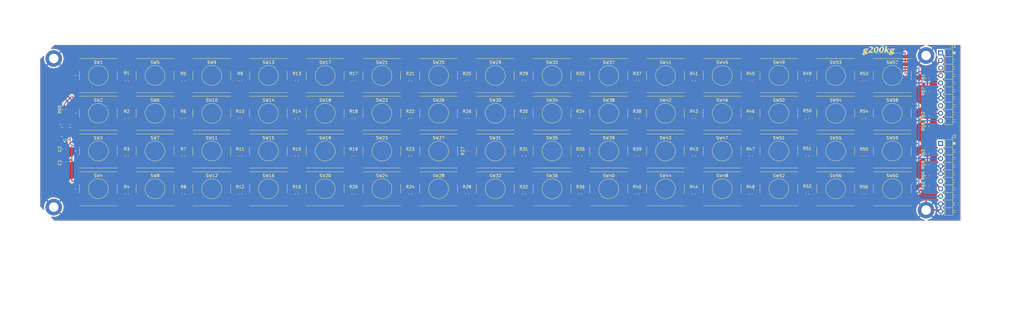
<source format=kicad_pcb>
(kicad_pcb (version 20240108) (generator "pcbnew") (generator_version "8.0")
  (layers (0 "F.Cu" signal) (31 "B.Cu" signal) (34 "B.Paste" user) (35 "F.Paste" user) (36 "B.SilkS" user "B.Silkscreen") (37 "F.SilkS" user "F.Silkscreen") (38 "B.Mask" user) (39 "F.Mask" user) (44 "Edge.Cuts" user))
  (net 0 "")
  (net 1 "+3.3V")
  (net 2 "Net-(U1-BYP)")
  (net 5 "GND")
  (net 6 "/SCL")
  (net 7 "/SDA")
  (net 8 "/KEY1")
  (net 9 "/KEY2")
  (net 11 "/KEY3")
  (net 13 "/KEY4")
  (net 14 "Net-(R1-Pad1)")
  (net 15 "Net-(R1-Pad2)")
  (net 16 "Net-(R2-Pad2)")
  (net 17 "Net-(R2-Pad1)")
  (net 18 "Net-(R3-Pad1)")
  (net 19 "Net-(R3-Pad2)")
  (net 20 "Net-(R4-Pad2)")
  (net 21 "Net-(R4-Pad1)")
  (net 22 "Net-(R5-Pad1)")
  (net 23 "Net-(R10-Pad2)")
  (net 24 "Net-(R11-Pad2)")
  (net 25 "Net-(R12-Pad2)")
  (net 26 "Net-(R13-Pad2)")
  (net 27 "Net-(R10-Pad1)")
  (net 28 "Net-(R11-Pad1)")
  (net 29 "Net-(R12-Pad1)")
  (net 30 "Net-(R13-Pad1)")
  (net 31 "Net-(R14-Pad1)")
  (net 32 "Net-(R15-Pad1)")
  (net 33 "Net-(R16-Pad1)")
  (net 34 "Net-(R17-Pad1)")
  (net 35 "Net-(R18-Pad1)")
  (net 36 "Net-(R19-Pad1)")
  (net 37 "Net-(R20-Pad1)")
  (net 38 "Net-(R21-Pad1)")
  (net 39 "Net-(R22-Pad1)")
  (net 40 "Net-(R23-Pad1)")
  (net 41 "Net-(R24-Pad1)")
  (net 42 "Net-(R25-Pad1)")
  (net 43 "Net-(R26-Pad1)")
  (net 44 "Net-(R27-Pad1)")
  (net 45 "Net-(R28-Pad1)")
  (net 46 "Net-(R29-Pad1)")
  (net 47 "Net-(R30-Pad1)")
  (net 48 "Net-(R31-Pad1)")
  (net 49 "Net-(R32-Pad1)")
  (net 50 "Net-(R33-Pad1)")
  (net 51 "Net-(R34-Pad1)")
  (net 52 "Net-(R35-Pad1)")
  (net 53 "Net-(R36-Pad1)")
  (net 54 "Net-(R37-Pad1)")
  (net 55 "Net-(R38-Pad1)")
  (net 56 "Net-(R39-Pad1)")
  (net 57 "Net-(R40-Pad1)")
  (net 58 "Net-(R41-Pad1)")
  (net 59 "Net-(R42-Pad1)")
  (net 60 "Net-(R43-Pad1)")
  (net 61 "Net-(R44-Pad1)")
  (net 62 "Net-(R45-Pad1)")
  (net 63 "Net-(R46-Pad1)")
  (net 64 "Net-(R47-Pad1)")
  (net 65 "Net-(R48-Pad1)")
  (net 66 "Net-(R49-Pad1)")
  (net 67 "Net-(R50-Pad1)")
  (net 68 "Net-(R51-Pad1)")
  (net 69 "Net-(R52-Pad1)")
  (net 70 "Net-(R53-Pad1)")
  (net 71 "Net-(R54-Pad1)")
  (net 72 "Net-(R55-Pad1)")
  (net 73 "Net-(R56-Pad1)")
  (net 74 "Net-(U1-SA0)")
  (footprint "MyLib:Sw_Push_12x12_SMD" (layer "F.Cu") (at 207.955 143.05)
    (property "Reference" "SW30")
    (property "Value" "SW_Push" (hide yes))
  )
  (footprint "MyLib:Sw_Push_12x12_SMD" (layer "F.Cu") (at 188.905 155.75)
    (property "Reference" "SW27")
    (property "Value" "SW_Push" (hide yes))
  )
  (footprint "MyLib:Sw_Push_12x12_SMD" (layer "F.Cu") (at 265.105 143.05)
    (property "Reference" "SW42")
    (property "Value" "SW_Push" (hide yes))
  )
  (footprint "MyLib:Sw_Push_12x12_SMD" (layer "F.Cu") (at 74.605 168.45)
    (property "Reference" "SW4")
    (property "Value" "SW_Push" (hide yes))
  )
  (footprint "MyLib:Sw_Push_12x12_SMD" (layer "F.Cu") (at 188.905 168.45)
    (property "Reference" "SW28")
    (property "Value" "SW_Push" (hide yes))
  )
  (footprint "Resistor_SMD:R_0603_1608Metric" (layer "F.Cu") (at 122.23 157.465 90)
    (property "Reference" "R11")
    (property "Value" "1K")
  )
  (footprint "Resistor_SMD:R_0603_1608Metric" (layer "F.Cu") (at 312.73 132.065 90)
    (property "Reference" "R49")
    (property "Value" "1K")
  )
  (footprint "Resistor_SMD:R_0603_1608Metric" (layer "F.Cu") (at 160.33 170.165 90)
    (property "Reference" "R20")
    (property "Value" "1K")
  )
  (footprint "Resistor_SMD:R_0603_1608Metric" (layer "F.Cu") (at 353.085 147.535 90)
    (property "Reference" "R58")
    (property "Value" "10K")
  )
  (footprint "Resistor_SMD:R_0603_1608Metric" (layer "F.Cu") (at 160.33 157.465 90)
    (property "Reference" "R19")
    (property "Value" "1K")
  )
  (footprint "MyLib:Sw_Push_12x12_SMD" (layer "F.Cu") (at 169.855 143.05)
    (property "Reference" "SW22")
    (property "Value" "SW_Push" (hide yes))
  )
  (footprint "MyLib:Sw_Push_12x12_SMD" (layer "F.Cu") (at 74.605 155.75)
    (property "Reference" "SW3")
    (property "Value" "SW_Push" (hide yes))
  )
  (footprint "MyLib:Sw_Push_12x12_SMD" (layer "F.Cu") (at 246.055 143.05)
    (property "Reference" "SW38")
    (property "Value" "SW_Push" (hide yes))
  )
  (footprint "Resistor_SMD:R_0603_1608Metric" (layer "F.Cu") (at 331.78 170.165 90)
    (property "Reference" "R56")
    (property "Value" "1K")
  )
  (footprint "Resistor_SMD:R_0603_1608Metric" (layer "F.Cu") (at 122.23 132.065 90)
    (property "Reference" "R9")
    (property "Value" "1K")
  )
  (footprint "MyLib:Sw_Push_12x12_SMD" (layer "F.Cu") (at 131.755 130.35)
    (property "Reference" "SW13")
    (property "Value" "SW_Push" (hide yes))
  )
  (footprint "Connector_PinHeader_2.54mm:PinHeader_1x10_P2.54mm_Horizontal" (layer "F.Cu") (at 357.525 122.73)
    (property "Reference" "J1")
    (property "Value" "Conn_01x10")
  )
  (footprint "MyLib:Sw_Push_12x12_SMD" (layer "F.Cu") (at 322.255 155.75)
    (property "Reference" "SW55")
    (property "Value" "SW_Push" (hide yes))
  )
  (footprint "MyLib:Sw_Push_12x12_SMD" (layer "F.Cu") (at 112.705 155.75)
    (property "Reference" "SW11")
    (property "Value" "SW_Push" (hide yes))
  )
  (footprint "MyLib:Sw_Push_12x12_SMD" (layer "F.Cu") (at 227.005 130.35)
    (property "Reference" "SW33")
    (property "Value" "SW_Push" (hide yes))
  )
  (footprint "Resistor_SMD:R_0603_1608Metric" (layer "F.Cu") (at 255.58 170.165 90)
    (property "Reference" "R40")
    (property "Value" "1K")
  )
  (footprint "Resistor_SMD:R_0603_1608Metric" (layer "F.Cu") (at 353.085 167.41 90)
    (property "Reference" "R60")
    (property "Value" "10K")
  )
  (footprint "MyLib:Sw_Push_12x12_SMD" (layer "F.Cu") (at 188.905 143.05)
    (property "Reference" "SW26")
    (property "Value" "SW_Push" (hide yes))
  )
  (footprint "Resistor_SMD:R_0603_1608Metric" (layer "F.Cu") (at 312.73 157.465 90)
    (property "Reference" "R51")
    (property "Value" "1K")
  )
  (footprint "Resistor_SMD:R_0603_1608Metric" (layer "F.Cu") (at 84.13 132.065 90)
    (property "Reference" "R1")
    (property "Value" "1K")
  )
  (footprint "MyLib:Sw_Push_12x12_SMD" (layer "F.Cu") (at 246.055 168.45)
    (property "Reference" "SW40")
    (property "Value" "SW_Push" (hide yes))
  )
  (footprint "Resistor_SMD:R_0603_1608Metric" (layer "F.Cu") (at 353.085 164.045 -90)
    (property "Reference" "R64")
    (property "Value" "220R")
  )
  (footprint "MyLib:Sw_Push_12x12_SMD" (layer "F.Cu") (at 227.005 168.45)
    (property "Reference" "SW36")
    (property "Value" "SW_Push" (hide yes))
  )
  (footprint "MyLib:Sw_Push_12x12_SMD" (layer "F.Cu") (at 169.855 130.35)
    (property "Reference" "SW21")
    (property "Value" "SW_Push" (hide yes))
  )
  (footprint "MyLib:Sw_Push_12x12_SMD" (layer "F.Cu") (at 227.005 155.75)
    (property "Reference" "SW35")
    (property "Value" "SW_Push" (hide yes))
  )
  (footprint "Resistor_SMD:R_0603_1608Metric" (layer "F.Cu") (at 353.085 160.425 90)
    (property "Reference" "R59")
    (property "Value" "10K")
  )
  (footprint "Resistor_SMD:R_0603_1608Metric" (layer "F.Cu") (at 103.18 157.465 90)
    (property "Reference" "R7")
    (property "Value" "1K")
  )
  (footprint "Resistor_SMD:R_0603_1608Metric" (layer "F.Cu") (at 217.48 132.065 90)
    (property "Reference" "R29")
    (property "Value" "1K")
  )
  (footprint "Resistor_SMD:R_0603_1608Metric" (layer "F.Cu") (at 179.38 157.465 90)
    (property "Reference" "R23")
    (property "Value" "1K")
  )
  (footprint "Capacitor_SMD:C_0603_1608Metric" (layer "F.Cu") (at 63.175 155.115 -90)
    (property "Reference" "C2")
    (property "Value" "0.1uF")
  )
  (footprint "MyLib:Sw_Push_12x12_SMD" (layer "F.Cu") (at 284.155 168.45)
    (property "Reference" "SW48")
    (property "Value" "SW_Push" (hide yes))
  )
  (footprint "MyLib:Sw_Push_12x12_SMD" (layer "F.Cu") (at 93.655 143.05)
    (property "Reference" "SW6")
    (property "Value" "SW_Push" (hide yes))
  )
  (footprint "Resistor_SMD:R_0603_1608Metric" (layer "F.Cu") (at 274.63 144.765 90)
    (property "Reference" "R42")
    (property "Value" "1K")
  )
  (footprint "MyLib:Sw_Push_12x12_SMD" (layer "F.Cu") (at 150.805 168.45)
    (property "Reference" "SW20")
    (property "Value" "SW_Push" (hide yes))
  )
  (footprint "Resistor_SMD:R_0603_1608Metric" (layer "F.Cu") (at 274.63 132.065 90)
    (property "Reference" "R41")
    (property "Value" "1K")
  )
  (footprint "Resistor_SMD:R_0603_1608Metric" (layer "F.Cu") (at 236.53 132.065 90)
    (property "Reference" "R33")
    (property "Value" "1K")
  )
  (footprint "MyLib:Sw_Push_12x12_SMD" (layer "F.Cu") (at 303.205 130.35)
    (property "Reference" "SW49")
    (property "Value" "SW_Push" (hide yes))
  )
  (footprint "Resistor_SMD:R_0603_1608Metric" (layer "F.Cu") (at 274.63 170.165 90)
    (property "Reference" "R44")
    (property "Value" "1K")
  )
  (footprint "MountingHole:MountingHole_3.2mm_M3_DIN965_Pad" (layer "F.Cu") (at 352.635 123.63)
    (property "Reference" "H3")
    (property "Value" "Hole")
  )
  (footprint "MyLib:Sw_Push_12x12_SMD" (layer "F.Cu") (at 207.955 155.75)
    (property "Reference" "SW31")
    (property "Value" "SW_Push" (hide yes))
  )
  (footprint "Resistor_SMD:R_0603_1608Metric" (layer "F.Cu") (at 293.68 144.765 90)
    (property "Reference" "R46")
    (property "Value" "1K")
  )
  (footprint "Resistor_SMD:R_0603_1608Metric" (layer "F.Cu") (at 179.38 170.165 90)
    (property "Reference" "R24")
    (property "Value" "1K")
  )
  (footprint "Resistor_SMD:R_0603_1608Metric" (layer "F.Cu") (at 331.78 157.465 90)
    (property "Reference" "R55")
    (property "Value" "1K")
  )
  (footprint "Resistor_SMD:R_0603_1608Metric" (layer "F.Cu") (at 255.58 132.065 90)
    (property "Reference" "R37")
    (property "Value" "1K")
  )
  (footprint "MyLib:QFN16_3x3mm_MMA8452Q" (layer "F.Cu") (at 63.815 149.4 180)
    (property "Reference" "U1")
    (property "Value" "MMA8452Q")
  )
  (footprint "Resistor_SMD:R_0603_1608Metric" (layer "F.Cu") (at 293.68 170.165 90)
    (property "Reference" "R48")
    (property "Value" "1K")
  )
  (footprint "MyLib:Sw_Push_12x12_SMD" (layer "F.Cu") (at 131.755 143.05)
    (property "Reference" "SW14")
    (property "Value" "SW_Push" (hide yes))
  )
  (footprint "MyLib:Sw_Push_12x12_SMD" (layer "F.Cu") (at 188.905 130.35)
    (property "Reference" "SW25")
    (property "Value" "SW_Push" (hide yes))
  )
  (footprint "Resistor_SMD:R_0603_1608Metric" (layer "F.Cu") (at 84.13 157.465 90)
    (property "Reference" "R3")
    (property "Value" "1K")
  )
  (footprint "MyLib:Sw_Push_12x12_SMD" (layer "F.Cu") (at 207.955 130.35)
    (property "Reference" "SW29")
    (property "Value" "SW_Push" (hide yes))
  )
  (footprint "MyLib:Sw_Push_12x12_SMD" (layer "F.Cu") (at 131.755 168.45)
    (property "Reference" "SW16")
    (property "Value" "SW_Push" (hide yes))
  )
  (footprint "Resistor_SMD:R_0603_1608Metric" (layer "F.Cu") (at 103.18 132.065 90)
    (property "Reference" "R5")
    (property "Value" "1K")
  )
  (footprint "Resistor_SMD:R_0603_1608Metric" (layer "F.Cu") (at 255.58 144.765 90)
    (property "Reference" "R38")
    (property "Value" "1K")
  )
  (footprint "MyLib:Sw_Push_12x12_SMD" (layer "F.Cu") (at 246.055 155.75)
    (property "Reference" "SW39")
    (property "Value" "SW_Push" (hide yes))
  )
  (footprint "Resistor_SMD:R_0603_1608Metric" (layer "F.Cu") (at 312.73 170.165 90)
    (property "Reference" "R52")
    (property "Value" "1K")
  )
  (footprint "MountingHole:MountingHole_3.2mm_M3_DIN965_Pad" (layer "F.Cu") (at 59.635 174.63)
    (property "Reference" "H2")
    (property "Value" "Hole")
  )
  (footprint "MyLib:Sw_Push_12x12_SMD" (layer "F.Cu") (at 341.305 143.05)
    (property "Reference" "SW58")
    (property "Value" "SW_Push" (hide yes))
  )
  (footprint "Resistor_SMD:R_0603_1608Metric" (layer "F.Cu") (at 141.28 132.065 90)
    (property "Reference" "R13")
    (property "Value" "1K")
  )
  (footprint "MyLib:Sw_Push_12x12_SMD" (layer "F.Cu") (at 265.105 168.45)
    (property "Reference" "SW44")
    (property "Value" "SW_Push" (hide yes))
  )
  (footprint "Resistor_SMD:R_0603_1608Metric" (layer "F.Cu") (at 103.18 144.765 90)
    (property "Reference" "R6")
    (property "Value" "1K")
  )
  (footprint "MyLib:Sw_Push_12x12_SMD" (layer "F.Cu") (at 150.805 130.35)
    (property "Reference" "SW17")
    (property "Value" "SW_Push" (hide yes))
  )
  (footprint "Resistor_SMD:R_0603_1608Metric" (layer "F.Cu") (at 217.48 170.165 90)
    (property "Reference" "R32")
    (property "Value" "1K")
  )
  (footprint "MyLib:Sw_Push_12x12_SMD" (layer "F.Cu") (at 169.855 155.75)
    (property "Reference" "SW23")
    (property "Value" "SW_Push" (hide yes))
  )
  (footprint "Resistor_SMD:R_0603_1608Metric" (layer "F.Cu") (at 160.33 132.065 90)
    (property "Reference" "R17")
    (property "Value" "1K")
  )
  (footprint "MyLib:Sw_Push_12x12_SMD" (layer "F.Cu") (at 112.705 168.45)
    (property "Reference" "SW12")
    (property "Value" "SW_Push" (hide yes))
  )
  (footprint "Resistor_SMD:R_0603_1608Metric" (layer "F.Cu") (at 141.28 144.765 90)
    (property "Reference" "R14")
    (property "Value" "1K")
  )
  (footprint "Resistor_SMD:R_0603_1608Metric" (layer "F.Cu") (at 217.48 144.765 90)
    (property "Reference" "R30")
    (property "Value" "1K")
  )
  (footprint "MountingHole:MountingHole_3.2mm_M3_DIN965_Pad" (layer "F.Cu") (at 59.635 124.63)
    (property "Reference" "H1")
    (property "Value" "Hole")
  )
  (footprint "Resistor_SMD:R_0603_1608Metric" (layer "F.Cu") (at 236.53 144.765 90)
    (property "Reference" "R34")
    (property "Value" "1K")
  )
  (footprint "Resistor_SMD:R_0603_1608Metric" (layer "F.Cu") (at 293.68 132.065 90)
    (property "Reference" "R45")
    (property "Value" "1K")
  )
  (footprint "Resistor_SMD:R_0603_1608Metric" (layer "F.Cu") (at 84.13 144.765 90)
    (property "Reference" "R2")
    (property "Value" "1K")
  )
  (footprint "Resistor_SMD:R_0603_1608Metric" (layer "F.Cu") (at 353.085 135.66 90)
    (property "Reference" "R57")
    (property "Value" "10K")
  )
  (footprint "Resistor_SMD:R_0603_1608Metric" (layer "F.Cu") (at 331.78 132.065 90)
    (property "Reference" "R53")
    (property "Value" "1K")
  )
  (footprint "MyLib:Sw_Push_12x12_SMD" (layer "F.Cu") (at 341.305 155.75)
    (property "Reference" "SW59")
    (property "Value" "SW_Push" (hide yes))
  )
  (footprint "MyLib:Sw_Push_12x12_SMD" (layer "F.Cu") (at 207.955 168.45)
    (property "Reference" "SW32")
    (property "Value" "SW_Push" (hide yes))
  )
  (footprint "MyLib:Sw_Push_12x12_SMD" (layer "F.Cu") (at 112.705 143.05)
    (property "Reference" "SW10")
    (property "Value" "SW_Push" (hide yes))
  )
  (footprint "Resistor_SMD:R_0603_1608Metric" (layer "F.Cu") (at 122.23 170.165 90)
    (property "Reference" "R12")
    (property "Value" "1K")
  )
  (footprint "MyLib:Sw_Push_12x12_SMD" (layer "F.Cu") (at 322.255 143.05)
    (property "Reference" "SW54")
    (property "Value" "SW_Push" (hide yes))
  )
  (footprint "Capacitor_SMD:C_0603_1608Metric" (layer "F.Cu") (at 63.175 159.56 -90)
    (property "Reference" "C1")
    (property "Value" "0.1uF")
  )
  (footprint "MyLib:Sw_Push_12x12_SMD" (layer "F.Cu") (at 246.055 130.35)
    (property "Reference" "SW37")
    (property "Value" "SW_Push" (hide yes))
  )
  (footprint "MyLib:Sw_Push_12x12_SMD" (layer "F.Cu") (at 150.805 143.05)
    (property "Reference" "SW18")
    (property "Value" "SW_Push" (hide yes))
  )
  (footprint "Resistor_SMD:R_0603_1608Metric" (layer "F.Cu") (at 122.23 144.765 90)
    (property "Reference" "R10")
    (property "Value" "1K")
  )
  (footprint "MyLib:Sw_Push_12x12_SMD" (layer "F.Cu") (at 93.655 155.75)
    (property "Reference" "SW7")
    (property "Value" "SW_Push" (hide yes))
  )
  (footprint "MyLib:Sw_Push_12x12_SMD" (layer "F.Cu") (at 265.105 155.75)
    (property "Reference" "SW43")
    (property "Value" "SW_Push" (hide yes))
  )
  (footprint "MyLib:Sw_Push_12x12_SMD" (layer "F.Cu") (at 131.755 155.75)
    (property "Reference" "SW15")
    (property "Value" "SW_Push" (hide yes))
  )
  (footprint "MyLib:Sw_Push_12x12_SMD" (layer "F.Cu") (at 303.205 143.05)
    (property "Reference" "SW50")
    (property "Value" "SW_Push" (hide yes))
  )
  (footprint "Resistor_SMD:R_0603_1608Metric" (layer "F.Cu") (at 217.48 157.465 90)
    (property "Reference" "R31")
    (property "Value" "1K")
  )
  (footprint "MyLib:Sw_Push_12x12_SMD" (layer "F.Cu") (at 93.655 168.45)
    (property "Reference" "SW8")
    (property "Value" "SW_Push" (hide yes))
  )
  (footprint "Resistor_SMD:R_0603_1608Metric" (layer "F.Cu") (at 179.38 132.065 90)
    (property "Reference" "R21")
    (property "Value" "1K")
  )
  (footprint "MyLib:Sw_Push_12x12_SMD" (layer "F.Cu") (at 150.805 155.75)
    (property "Reference" "SW19")
    (property "Value" "SW_Push" (hide yes))
  )
  (footprint "Resistor_SMD:R_0603_1608Metric" (layer "F.Cu") (at 103.18 170.165 90)
    (property "Reference" "R8")
    (property "Value" "1K")
  )
  (footprint "Resistor_SMD:R_0603_1608Metric" (layer "F.Cu") (at 179.38 144.765 90)
    (property "Reference" "R22")
    (property "Value" "1K")
  )
  (footprint "Resistor_SMD:R_0603_1608Metric" (layer "F.Cu") (at 293.68 157.465 90)
    (property "Reference" "R47")
    (property "Value" "1K")
  )
  (footprint "Resistor_SMD:R_0603_1608Metric" (layer "F.Cu") (at 141.28 157.465 90)
    (property "Reference" "R15")
    (property "Value" "1K")
  )
  (footprint "Resistor_SMD:R_0603_1608Metric" (layer "F.Cu") (at 198.43 155.75 90)
    (property "Reference" "R27")
    (property "Value" "1K")
  )
  (footprint "Resistor_SMD:R_0603_1608Metric" (layer "F.Cu") (at 312.73 144.765 90)
    (property "Reference" "R50")
    (property "Value" "1K")
  )
  (footprint "Resistor_SMD:R_0603_1608Metric" (layer "F.Cu") (at 63.175 141.78 -90)
    (property "Reference" "R65")
    (property "Value" "10K")
  )
  (footprint "MyLib:Sw_Push_12x12_SMD" (layer "F.Cu") (at 112.705 130.35)
    (property "Reference" "SW9")
    (property "Value" "SW_Push" (hide yes))
  )
  (footprint "MyLib:Sw_Push_12x12_SMD" (layer "F.Cu") (at 169.855 168.45)
    (property "Reference" "SW24")
    (property "Value" "SW_Push" (hide yes))
  )
  (footprint "MyLib:Sw_Push_12x12_SMD" (layer "F.Cu") (at 284.155 155.75)
    (property "Reference" "SW47")
    (property "Value" "SW_Push" (hide yes))
  )
  (footprint "MyLib:Sw_Push_12x12_SMD" (layer "F.Cu") (at 265.105 130.35)
    (property "Reference" "SW41")
    (property "Value" "SW_Push" (hide yes))
  )
  (footprint "MyLib:Sw_Push_12x12_SMD" (layer "F.Cu") (at 74.605 143.05)
    (property "Reference" "SW2")
    (property "Value" "SW_Push" (hide yes))
  )
  (footprint "Resistor_SMD:R_0603_1608Metric" (layer "F.Cu") (at 353.085 156.615 -90)
    (property "Reference" "R63")
    (property "Value" "220R")
  )
  (footprint "Resistor_SMD:R_0603_1608Metric" (layer "F.Cu") (at 160.33 144.765 90)
    (property "Reference" "R18")
    (property "Value" "1K")
  )
  (footprint "Resistor_SMD:R_0603_1608Metric" (layer "F.Cu") (at 353.085 131.215 -90)
    (property "Reference" "R61")
    (property "Value" "220R")
  )
  (footprint "MyLib:Sw_Push_12x12_SMD" (layer "F.Cu") (at 93.655 130.35)
    (property "Reference" "SW5")
    (property "Value" "SW_Push" (hide yes))
  )
  (footprint "Resistor_SMD:R_0603_1608Metric" (layer "F.Cu") (at 236.53 170.165 90)
    (property "Reference" "R36")
    (property "Value" "1K")
  )
  (footprint "MyLib:Sw_Push_12x12_SMD" (layer "F.Cu") (at 341.305 168.45)
    (property "Reference" "SW60")
    (property "Value" "SW_Push" (hide yes))
  )
  (footprint "MyLib:Sw_Push_12x12_SMD" (layer "F.Cu") (at 303.205 168.45)
    (property "Reference" "SW52")
    (property "Value" "SW_Push" (hide yes))
  )
  (footprint "Connector_PinHeader_2.54mm:PinHeader_1x10_P2.54mm_Horizontal" (layer "F.Cu") (at 357.525 153.21)
    (property "Reference" "J2")
    (property "Value" "Conn_01x10")
  )
  (footprint "Resistor_SMD:R_0603_1608Metric" (layer "F.Cu") (at 198.43 144.765 90)
    (property "Reference" "R26")
    (property "Value" "1K")
  )
  (footprint "Resistor_SMD:R_0603_1608Metric" (layer "F.Cu") (at 198.43 132.065 90)
    (property "Reference" "R25")
    (property "Value" "1K")
  )
  (footprint "MyLib:Sw_Push_12x12_SMD" (layer "F.Cu") (at 322.255 168.45)
    (property "Reference" "SW56")
    (property "Value" "SW_Push" (hide yes))
  )
  (footprint "Resistor_SMD:R_0603_1608Metric" (layer "F.Cu") (at 198.43 170.165 90)
    (property "Reference" "R28")
    (property "Value" "1K")
  )
  (footprint "MyLib:Sw_Push_12x12_SMD" (layer "F.Cu") (at 284.155 130.35)
    (property "Reference" "SW45")
    (property "Value" "SW_Push" (hide yes))
  )
  (footprint "MyLib:Sw_Push_12x12_SMD" (layer "F.Cu") (at 74.605 130.35)
    (property "Reference" "SW1")
    (property "Value" "SW_Push" (hide yes))
  )
  (footprint "Resistor_SMD:R_0603_1608Metric" (layer "F.Cu") (at 236.53 157.465 90)
    (property "Reference" "R35")
    (property "Value" "1K")
  )
  (footprint "MountingHole:MountingHole_3.2mm_M3_DIN965_Pad" (layer "F.Cu") (at 352.635 175.63)
    (property "Reference" "H4")
    (property "Value" "Hole")
  )
  (footprint "Resistor_SMD:R_0603_1608Metric" (layer "F.Cu") (at 353.085 143.915 -90)
    (property "Reference" "R62")
    (property "Value" "220R")
  )
  (footprint "Resistor_SMD:R_0603_1608Metric" (layer "F.Cu") (at 255.58 157.465 90)
    (property "Reference" "R39")
    (property "Value" "1K")
  )
  (footprint "MyLib:Sw_Push_12x12_SMD" (layer "F.Cu") (at 227.005 143.05)
    (property "Reference" "SW34")
    (property "Value" "SW_Push" (hide yes))
  )
  (footprint "MyLib:Sw_Push_12x12_SMD" (layer "F.Cu") (at 322.255 130.35)
    (property "Reference" "SW53")
    (property "Value" "SW_Push" (hide yes))
  )
  (footprint "Resistor_SMD:R_0603_1608Metric" (layer "F.Cu") (at 84.13 170.165 90)
    (property "Reference" "R4")
    (property "Value" "1K")
  )
  (footprint "MyLib:g200kgLogo" (layer "F.Cu") (at 337.635 121.63)
    (property "Reference" "LG1" (hide yes))
    (property "Value" "LOGO" (hide yes))
  )
  (footprint "MyLib:Sw_Push_12x12_SMD" (layer "F.Cu") (at 341.305 130.35)
    (property "Reference" "SW57")
    (property "Value" "SW_Push" (hide yes))
  )
  (footprint "MyLib:Sw_Push_12x12_SMD" (layer "F.Cu") (at 284.155 143.05)
    (property "Reference" "SW46")
    (property "Value" "SW_Push" (hide yes))
  )
  (footprint "MyLib:Sw_Push_12x12_SMD" (layer "F.Cu") (at 303.205 155.75)
    (property "Reference" "SW51")
    (property "Value" "SW_Push" (hide yes))
  )
  (footprint "Resistor_SMD:R_0603_1608Metric" (layer "F.Cu") (at 274.63 157.465 90)
    (property "Reference" "R43")
    (property "Value" "1K")
  )
  (footprint "Resistor_SMD:R_0603_1608Metric" (layer "F.Cu") (at 141.28 170.165 90)
    (property "Reference" "R16")
    (property "Value" "1K")
  )
  (footprint "Resistor_SMD:R_0603_1608Metric" (layer "F.Cu") (at 331.78 144.765 90)
    (property "Reference" "R54")
    (property "Value" "1K")
  )
  (gr_line (start 54.635 174.63) (end 59.635 179.63) (stroke (width 0.05)) (layer "Edge.Cuts"))
  (gr_line (start 54.635 174.63) (end 54.635 124.63) (stroke (width 0.05)) (layer "Edge.Cuts"))
  (gr_line (start 59.635 119.63) (end 364.635 119.63) (stroke (width 0.05)) (layer "Edge.Cuts"))
  (gr_line (start 364.635 179.63) (end 59.635 179.63) (stroke (width 0.05)) (layer "Edge.Cuts"))
  (gr_line (start 364.635 119.63) (end 364.635 179.63) (stroke (width 0.05)) (layer "Edge.Cuts"))
  (gr_line (start 54.635 124.63) (end 59.635 119.63) (stroke (width 0.05)) (layer "Edge.Cuts"))
  (segment (start 143.805 127.85) (end 138.755 127.85) (width 0.4) (layer "F.Cu") (net 1))
  (segment (start 350.195 140.51) (end 348.345 140.51) (width 0.4) (layer "F.Cu") (net 1))
  (segment (start 291.155 127.85) (end 277.155 127.85) (width 0.4) (layer "F.Cu") (net 1))
  (segment (start 214.955 165.95) (end 200.955 165.95) (width 0.4) (layer "F.Cu") (net 1))
  (segment (start 258.105 165.95) (end 253.055 165.95) (width 0.4) (layer "F.Cu") (net 1))
  (segment (start 100.655 165.95) (end 86.655 165.95) (width 0.4) (layer "F.Cu") (net 1))
  (segment (start 181.905 165.95) (end 176.855 165.95) (width 0.4) (layer "F.Cu") (net 1))
  (segment (start 124.755 140.55) (end 119.705 140.55) (width 0.4) (layer "F.Cu") (net 1))
  (segment (start 277.155 140.55) (end 272.105 140.55) (width 0.4) (layer "F.Cu") (net 1))
  (segment (start 350.195 165.91) (end 348.345 165.91) (width 0.4) (layer "F.Cu") (net 1))
  (segment (start 124.755 153.25) (end 119.705 153.25) (width 0.4) (layer "F.Cu") (net 1))
  (segment (start 310.205 153.25) (end 296.205 153.25) (width 0.4) (layer "F.Cu") (net 1))
  (segment (start 350.195 153.21) (end 348.345 153.21) (width 0.4) (layer "F.Cu") (net 1))
  (segment (start 234.005 127.85) (end 220.005 127.85) (width 0.4) (layer "F.Cu") (net 1))
  (segment (start 234.005 140.55) (end 220.005 140.55) (width 0.4) (layer "F.Cu") (net 1))
  (segment (start 105.705 165.95) (end 100.655 165.95) (width 0.4) (layer "F.Cu") (net 1))
  (segment (start 214.955 140.55) (end 200.955 140.55) (width 0.4) (layer "F.Cu") (net 1))
  (segment (start 157.805 140.55) (end 143.805 140.55) (width 0.4) (layer "F.Cu") (net 1))
  (segment (start 176.855 165.95) (end 162.855 165.95) (width 0.4) (layer "F.Cu") (net 1))
  (segment (start 291.155 165.95) (end 277.155 165.95) (width 0.4) (layer "F.Cu") (net 1))
  (segment (start 277.155 165.95) (end 272.105 165.95) (width 0.4) (layer "F.Cu") (net 1))
  (segment (start 258.105 140.55) (end 253.055 140.55) (width 0.4) (layer "F.Cu") (net 1))
  (segment (start 220.005 140.55) (end 214.955 140.55) (width 0.4) (layer "F.Cu") (net 1))
  (segment (start 162.855 127.85) (end 157.805 127.85) (width 0.4) (layer "F.Cu") (net 1))
  (segment (start 138.755 153.25) (end 124.755 153.25) (width 0.4) (layer "F.Cu") (net 1))
  (segment (start 277.155 127.85) (end 272.105 127.85) (width 0.4) (layer "F.Cu") (net 1))
  (segment (start 253.055 140.55) (end 239.055 140.55) (width 0.4) (layer "F.Cu") (net 1))
  (segment (start 296.205 153.25) (end 291.155 153.25) (width 0.4) (layer "F.Cu") (net 1))
  (segment (start 296.205 127.85) (end 291.155 127.85) (width 0.4) (layer "F.Cu") (net 1))
  (segment (start 220.005 153.25) (end 214.955 153.25) (width 0.4) (layer "F.Cu") (net 1))
  (segment (start 195.905 140.55) (end 181.905 140.55) (width 0.4) (layer "F.Cu") (net 1))
  (segment (start 65.09 151.93) (end 65.09 150.4) (width 0.29) (layer "F.Cu") (net 1))
  (segment (start 143.805 140.55) (end 138.755 140.55) (width 0.4) (layer "F.Cu") (net 1))
  (segment (start 253.055 153.25) (end 239.055 153.25) (width 0.4) (layer "F.Cu") (net 1))
  (segment (start 181.905 153.25) (end 176.855 153.25) (width 0.4) (layer "F.Cu") (net 1))
  (segment (start 105.705 127.85) (end 100.655 127.85) (width 0.4) (layer "F.Cu") (net 1))
  (segment (start 258.105 127.85) (end 253.055 127.85) (width 0.4) (layer "F.Cu") (net 1))
  (segment (start 200.955 127.85) (end 195.905 127.85) (width 0.4) (layer "F.Cu") (net 1))
  (segment (start 348.305 153.25) (end 334.305 153.25) (width 0.4) (layer "F.Cu") (net 1))
  (segment (start 272.105 127.85) (end 258.105 127.85) (width 0.4) (layer "F.Cu") (net 1))
  (segment (start 200.955 140.55) (end 195.905 140.55) (width 0.4) (layer "F.Cu") (net 1))
  (segment (start 348.305 165.95) (end 334.305 165.95) (width 0.4) (layer "F.Cu") (net 1))
  (segment (start 143.805 153.25) (end 138.755 153.25) (width 0.4) (layer "F.Cu") (net 1))
  (segment (start 124.755 127.85) (end 119.705 127.85) (width 0.4) (layer "F.Cu") (net 1))
  (segment (start 200.955 165.95) (end 195.905 165.95) (width 0.4) (layer "F.Cu") (net 1))
  (segment (start 315.255 140.55) (end 310.205 140.55) (width 0.4) (layer "F.Cu") (net 1))
  (segment (start 63.455 151.94) (end 65.08 151.94) (width 0.29) (layer "F.Cu") (net 1))
  (segment (start 291.155 140.55) (end 277.155 140.55) (width 0.4) (layer "F.Cu") (net 1))
  (segment (start 119.705 127.85) (end 105.705 127.85) (width 0.4) (layer "F.Cu") (net 1))
  (segment (start 65.755 165.95) (end 65.715 165.91) (width 0.4) (layer "F.Cu") (net 1))
  (segment (start 315.255 127.85) (end 310.205 127.85) (width 0.4) (layer "F.Cu") (net 1))
  (segment (start 162.855 153.25) (end 157.805 153.25) (width 0.4) (layer "F.Cu") (net 1))
  (segment (start 86.655 153.25) (end 81.605 153.25) (width 0.4) (layer "F.Cu") (net 1))
  (segment (start 234.005 165.95) (end 220.005 165.95) (width 0.4) (layer "F.Cu") (net 1))
  (segment (start 334.305 127.85) (end 329.255 127.85) (width 0.4) (layer "F.Cu") (net 1))
  (segment (start 214.955 153.25) (end 200.955 153.25) (width 0.4) (layer "F.Cu") (net 1))
  (segment (start 86.655 140.55) (end 81.605 140.55) (width 0.4) (layer "F.Cu") (net 1))
  (segment (start 234.005 153.25) (end 220.005 153.25) (width 0.4) (layer "F.Cu") (net 1))
  (segment (start 67.605 140.55) (end 67.605 139.225) (width 0.4) (layer "F.Cu") (net 1))
  (segment (start 65.715 153.845) (end 67.01 153.845) (width 0.29) (layer "F.Cu") (net 1))
  (segment (start 214.955 127.85) (end 200.955 127.85) (width 0.4) (layer "F.Cu") (net 1))
  (segment (start 348.305 127.85) (end 350.155 127.85) (width 0.4) (layer "F.Cu") (net 1))
  (segment (start 81.605 127.85) (end 67.605 127.85) (width 0.4) (layer "F.Cu") (net 1))
  (segment (start 310.205 165.95) (end 296.205 165.95) (width 0.4) (layer "F.Cu") (net 1))
  (segment (start 296.205 165.95) (end 291.155 165.95) (width 0.4) (layer "F.Cu") (net 1))
  (segment (start 157.805 127.85) (end 143.805 127.85) (width 0.4) (layer "F.Cu") (net 1))
  (segment (start 239.055 140.55) (end 234.005 140.55) (width 0.4) (layer "F.Cu") (net 1))
  (segment (start 157.805 165.95) (end 143.805 165.95) (width 0.4) (layer "F.Cu") (net 1))
  (segment (start 334.305 153.25) (end 329.255 153.25) (width 0.4) (layer "F.Cu") (net 1))
  (segment (start 124.755 165.95) (end 119.705 165.95) (width 0.4) (layer "F.Cu") (net 1))
  (segment (start 100.655 140.55) (end 86.655 140.55) (width 0.4) (layer "F.Cu") (net 1))
  (segment (start 258.105 153.25) (end 253.055 153.25) (width 0.4) (layer "F.Cu") (net 1))
  (segment (start 220.005 127.85) (end 214.955 127.85) (width 0.4) (layer "F.Cu") (net 1))
  (segment (start 220.005 165.95) (end 214.955 165.95) (width 0.4) (layer "F.Cu") (net 1))
  (segment (start 239.055 165.95) (end 234.005 165.95) (width 0.4) (layer "F.Cu") (net 1))
  (segment (start 253.055 127.85) (end 239.055 127.85) (width 0.4) (layer "F.Cu") (net 1))
  (segment (start 310.205 127.85) (end 296.205 127.85) (width 0.4) (layer "F.Cu") (net 1))
  (segment (start 119.705 165.95) (end 105.705 165.95) (width 0.4) (layer "F.Cu") (net 1))
  (segment (start 350.155 127.85) (end 350.195 127.81) (width 0.4) (layer "F.Cu") (net 1))
  (segment (start 310.205 140.55) (end 296.205 140.55) (width 0.4) (layer "F.Cu") (net 1))
  (segment (start 81.605 153.25) (end 67.605 153.25) (width 0.4) (layer "F.Cu") (net 1))
  (segment (start 348.305 140.55) (end 334.305 140.55) (width 0.4) (layer "F.Cu") (net 1))
  (segment (start 348.345 140.51) (end 348.305 140.55) (width 0.4) (layer "F.Cu") (net 1))
  (segment (start 65.08 151.94) (end 65.09 151.93) (width 0.29) (layer "F.Cu") (net 1))
  (segment (start 67.605 165.95) (end 65.755 165.95) (width 0.4) (layer "F.Cu") (net 1))
  (segment (start 272.105 140.55) (end 258.105 140.55) (width 0.4) (layer "F.Cu") (net 1))
  (segment (start 277.155 153.25) (end 272.105 153.25) (width 0.4) (layer "F.Cu") (net 1))
  (segment (start 105.705 153.25) (end 100.655 153.25) (width 0.4) (layer "F.Cu") (net 1))
  (segment (start 119.705 140.55) (end 105.705 140.55) (width 0.4) (layer "F.Cu") (net 1))
  (segment (start 272.105 165.95) (end 258.105 165.95) (width 0.4) (layer "F.Cu") (net 1))
  (segment (start 162.855 165.95) (end 157.805 165.95) (width 0.4) (layer "F.Cu") (net 1))
  (segment (start 81.605 165.95) (end 67.605 165.95) (width 0.4) (layer "F.Cu") (net 1))
  (segment (start 329.255 140.55) (end 315.255 140.55) (width 0.4) (layer "F.Cu") (net 1))
  (segment (start 162.855 140.55) (end 157.805 140.55) (width 0.4) (layer "F.Cu") (net 1))
  (segment (start 63.175 158.785) (end 65.22 158.785) (width 0.4) (layer "F.Cu") (net 1))
  (segment (start 195.905 127.85) (end 181.905 127.85) (width 0.4) (layer "F.Cu") (net 1))
  (segment (start 63.315 151.8) (end 63.455 151.94) (width 0.29) (layer "F.Cu") (net 1))
  (segment (start 63.315 150.675) (end 63.315 151.8) (width 0.29) (layer "F.Cu") (net 1))
  (segment (start 334.305 140.55) (end 329.255 140.55) (width 0.4) (layer "F.Cu") (net 1))
  (segment (start 86.655 127.85) (end 81.605 127.85) (width 0.4) (layer "F.Cu") (net 1))
  (segment (start 67.605 139.225) (end 65.715 137.335) (width 0.4) (layer "F.Cu") (net 1))
  (segment (start 181.905 127.85) (end 176.855 127.85) (width 0.4) (layer "F.Cu") (net 1))
  (segment (start 176.855 140.55) (end 162.855 140.55) (width 0.4) (layer "F.Cu") (net 1))
  (segment (start 176.855 153.25) (end 162.855 153.25) (width 0.4) (layer "F.Cu") (net 1))
  (segment (start 348.345 165.91) (end 348.305 165.95) (width 0.4) (layer "F.Cu") (net 1))
  (segment (start 86.655 165.95) (end 81.605 165.95) (width 0.4) (layer "F.Cu") (net 1))
  (segment (start 143.805 165.95) (end 138.755 165.95) (width 0.4) (layer "F.Cu") (net 1))
  (segment (start 100.655 127.85) (end 86.655 127.85) (width 0.4) (layer "F.Cu") (net 1))
  (segment (start 315.255 153.25) (end 310.205 153.25) (width 0.4) (layer "F.Cu") (net 1))
  (segment (start 138.755 127.85) (end 124.755 127.85) (width 0.4) (layer "F.Cu") (net 1))
  (segment (start 105.705 140.55) (end 100.655 140.55) (width 0.4) (layer "F.Cu") (net 1))
  (segment (start 239.055 153.25) (end 234.005 153.25) (width 0.4) (layer "F.Cu") (net 1))
  (segment (start 119.705 153.25) (end 105.705 153.25) (width 0.4) (layer "F.Cu") (net 1))
  (segment (start 195.905 153.25) (end 181.905 153.25) (width 0.4) (layer "F.Cu") (net 1))
  (segment (start 291.155 153.25) (end 277.155 153.25) (width 0.4) (layer "F.Cu") (net 1))
  (segment (start 63.175 140.955) (end 63.175 139.875) (width 0.4) (layer "F.Cu") (net 1))
  (segment (start 65.22 158.785) (end 65.715 158.29) (width 0.4) (layer "F.Cu") (net 1))
  (segment (start 329.255 165.95) (end 315.255 165.95) (width 0.4) (layer "F.Cu") (net 1))
  (segment (start 67.01 153.845) (end 67.605 153.25) (width 0.29) (layer "F.Cu") (net 1))
  (segment (start 329.255 127.85) (end 315.255 127.85) (width 0.4) (layer "F.Cu") (net 1))
  (segment (start 138.755 140.55) (end 124.755 140.55) (width 0.4) (layer "F.Cu") (net 1))
  (segment (start 334.305 165.95) (end 329.255 165.95) (width 0.4) (layer "F.Cu") (net 1))
  (segment (start 100.655 153.25) (end 86.655 153.25) (width 0.4) (layer "F.Cu") (net 1))
  (segment (start 253.055 165.95) (end 239.055 165.95) (width 0.4) (layer "F.Cu") (net 1))
  (segment (start 157.805 153.25) (end 143.805 153.25) (width 0.4) (layer "F.Cu") (net 1))
  (segment (start 329.255 153.25) (end 315.255 153.25) (width 0.4) (layer "F.Cu") (net 1))
  (segment (start 239.055 127.85) (end 234.005 127.85) (width 0.4) (layer "F.Cu") (net 1))
  (segment (start 348.345 153.21) (end 348.305 153.25) (width 0.4) (layer "F.Cu") (net 1))
  (segment (start 195.905 165.95) (end 181.905 165.95) (width 0.4) (layer "F.Cu") (net 1))
  (segment (start 176.855 127.85) (end 162.855 127.85) (width 0.4) (layer "F.Cu") (net 1))
  (segment (start 138.755 165.95) (end 124.755 165.95) (width 0.4) (layer "F.Cu") (net 1))
  (segment (start 296.205 140.55) (end 291.155 140.55) (width 0.4) (layer "F.Cu") (net 1))
  (segment (start 315.255 165.95) (end 310.205 165.95) (width 0.4) (layer "F.Cu") (net 1))
  (segment (start 81.605 140.55) (end 67.605 140.55) (width 0.4) (layer "F.Cu") (net 1))
  (segment (start 200.955 153.25) (end 195.905 153.25) (width 0.4) (layer "F.Cu") (net 1))
  (segment (start 272.105 153.25) (end 258.105 153.25) (width 0.4) (layer "F.Cu") (net 1))
  (segment (start 348.305 127.85) (end 334.305 127.85) (width 0.4) (layer "F.Cu") (net 1))
  (segment (start 181.905 140.55) (end 176.855 140.55) (width 0.4) (layer "F.Cu") (net 1))
  (via (at 350.195 165.91) (size 0.6) (drill 0.3) (layers "F.Cu" "B.Cu") (net 1))
  (via (at 350.195 153.21) (size 0.6) (drill 0.3) (layers "F.Cu" "B.Cu") (net 1))
  (via (at 350.195 140.51) (size 0.6) (drill 0.3) (layers "F.Cu" "B.Cu") (net 1))
  (via (at 65.715 153.845) (size 0.6) (drill 0.3) (layers "F.Cu" "B.Cu") (net 1))
  (via (at 63.175 139.875) (size 0.6) (drill 0.3) (layers "F.Cu" "B.Cu") (net 1))
  (via (at 65.715 158.29) (size 0.6) (drill 0.3) (layers "F.Cu" "B.Cu") (net 1))
  (via (at 65.715 165.91) (size 0.6) (drill 0.3) (layers "F.Cu" "B.Cu") (net 1))
  (via (at 65.08 151.94) (size 0.6) (drill 0.3) (layers "F.Cu" "B.Cu") (net 1))
  (via (at 350.195 127.81) (size 0.6) (drill 0.3) (layers "F.Cu" "B.Cu") (net 1))
  (via (at 65.715 137.335) (size 0.6) (drill 0.3) (layers "F.Cu" "B.Cu") (net 1))
  (segment (start 350.425 145.59) (end 350.195 145.82) (width 0.4) (layer "B.Cu") (net 1))
  (segment (start 65.08 151.94) (end 65.08 153.21) (width 0.29) (layer "B.Cu") (net 1))
  (segment (start 350.195 133.12) (end 350.195 140.51) (width 0.4) (layer "B.Cu") (net 1))
  (segment (start 65.715 137.335) (end 63.175 139.875) (width 0.4) (layer "B.Cu") (net 1))
  (segment (start 350.195 140.51) (end 350.195 145.82) (width 0.4) (layer "B.Cu") (net 1))
  (segment (start 357.525 132.89) (end 350.425 132.89) (width 0.4) (layer "B.Cu") (net 1))
  (segment (start 350.195 158.52) (end 350.195 165.91) (width 0.4) (layer "B.Cu") (net 1))
  (segment (start 357.525 145.59) (end 350.425 145.59) (width 0.4) (layer "B.Cu") (net 1))
  (segment (start 357.525 170.99) (end 351.585 170.99) (width 0.4) (layer "B.Cu") (net 1))
  (segment (start 65.715 158.29) (end 65.715 153.845) (width 0.4) (layer "B.Cu") (net 1))
  (segment (start 350.195 145.82) (end 350.195 153.21) (width 0.4) (layer "B.Cu") (net 1))
  (segment (start 350.195 169.6) (end 351.585 170.99) (width 0.4) (layer "B.Cu") (net 1))
  (segment (start 350.195 165.91) (end 350.195 169.6) (width 0.4) (layer "B.Cu") (net 1))
  (segment (start 350.425 158.29) (end 350.195 158.52) (width 0.4) (layer "B.Cu") (net 1))
  (segment (start 65.08 153.21) (end 65.715 153.845) (width 0.29) (layer "B.Cu") (net 1))
  (segment (start 350.195 127.81) (end 350.195 133.12) (width 0.4) (layer "B.Cu") (net 1))
  (segment (start 357.525 158.29) (end 350.425 158.29) (width 0.4) (layer "B.Cu") (net 1))
  (segment (start 65.715 165.91) (end 65.715 158.29) (width 0.4) (layer "B.Cu") (net 1))
  (segment (start 350.425 132.89) (end 350.195 133.12) (width 0.4) (layer "B.Cu") (net 1))
  (segment (start 350.195 153.21) (end 350.195 158.52) (width 0.4) (layer "B.Cu") (net 1))
  (segment (start 63.95 154.34) (end 66.35 151.94) (width 0.29) (layer "F.Cu") (net 2))
  (segment (start 65.839 149.9) (end 65.09 149.9) (width 0.29) (layer "F.Cu") (net 2))
  (segment (start 63.175 154.34) (end 63.95 154.34) (width 0.29) (layer "F.Cu") (net 2))
  (segment (start 66.35 151.94) (end 66.35 150.411) (width 0.29) (layer "F.Cu") (net 2))
  (segment (start 66.35 150.411) (end 65.839 149.9) (width 0.29) (layer "F.Cu") (net 2))
  (segment (start 355.855 135.43) (end 357.525 135.43) (width 0.4) (layer "F.Cu") (net 5))
  (segment (start 359.435 138.2) (end 359.205 137.97) (width 0.4) (layer "F.Cu") (net 5))
  (segment (start 360.07 135.66) (end 359.84 135.43) (width 0.4) (layer "F.Cu") (net 5))
  (segment (start 66.845 155.89) (end 66.985 155.75) (width 0.4) (layer "F.Cu") (net 5))
  (segment (start 359.205 137.97) (end 357.525 137.97) (width 0.4) (layer "F.Cu") (net 5))
  (segment (start 352.635 175.63) (end 357.085 175.63) (width 0.4) (layer "F.Cu") (net 5))
  (segment (start 356.055 160.83) (end 355.635 161.25) (width 0.4) (layer "F.Cu") (net 5))
  (segment (start 62.68 156.385) (end 63.175 155.89) (width 0.4) (layer "F.Cu") (net 5))
  (segment (start 360.07 148.36) (end 360.07 138.2) (width 0.4) (layer "F.Cu") (net 5))
  (segment (start 62.54 148.9) (end 61.791 148.9) (width 0.29) (layer "F.Cu") (net 5))
  (segment (start 65.09 148.4) (end 65.09 146.915) (width 0.29) (layer "F.Cu") (net 5))
  (segment (start 360.07 138.2) (end 359.435 138.2) (width 0.4) (layer "F.Cu") (net 5))
  (segment (start 357.085 175.63) (end 357.525 176.07) (width 0.4) (layer "F.Cu") (net 5))
  (segment (start 63.175 160.335) (end 62.045 160.335) (width 0.4) (layer "F.Cu") (net 5))
  (segment (start 61.791 148.9) (end 61.291 149.4) (width 0.29) (layer "F.Cu") (net 5))
  (segment (start 357.525 176.07) (end 357.525 173.53) (width 0.4) (layer "F.Cu") (net 5))
  (segment (start 360.07 138.2) (end 360.07 135.66) (width 0.4) (layer "F.Cu") (net 5))
  (segment (start 65.09 146.915) (end 65.145 146.86) (width 0.29) (layer "F.Cu") (net 5))
  (segment (start 61.28 147.485) (end 61.28 149.4) (width 0.29) (layer "F.Cu") (net 5))
  (segment (start 61.291 149.4) (end 61.28 149.4) (width 0.29) (layer "F.Cu") (net 5))
  (segment (start 357.525 160.83) (end 359.87 160.83) (width 0.4) (layer "F.Cu") (net 5))
  (segment (start 353.085 168.235) (end 353.085 170.18) (width 0.4) (layer "F.Cu") (net 5))
  (segment (start 360.07 148.36) (end 360.07 160.63) (width 0.4) (layer "F.Cu") (net 5))
  (segment (start 353.085 170.18) (end 352.635 170.63) (width 0.4) (layer "F.Cu") (net 5))
  (segment (start 353.085 136.485) (end 354.8 136.485) (width 0.4) (layer "F.Cu") (net 5))
  (segment (start 352.635 170.63) (end 352.635 175.63) (width 0.4) (layer "F.Cu") (net 5))
  (segment (start 359.87 160.83) (end 360.07 160.63) (width 0.4) (layer "F.Cu") (net 5))
  (segment (start 359.84 135.43) (end 357.525 135.43) (width 0.4) (layer "F.Cu") (net 5))
  (segment (start 353.085 148.36) (end 360.07 148.36) (width 0.4) (layer "F.Cu") (net 5))
  (segment (start 61.78 149.9) (end 62.54 149.9) (width 0.29) (layer "F.Cu") (net 5))
  (segment (start 61.905 160.195) (end 61.905 156.385) (width 0.4) (layer "F.Cu") (net 5))
  (segment (start 63.175 155.89) (end 66.845 155.89) (width 0.4) (layer "F.Cu") (net 5))
  (segment (start 354.8 136.485) (end 355.855 135.43) (width 0.4) (layer "F.Cu") (net 5))
  (segment (start 353.085 174.18) (end 352.635 174.63) (width 0.4) (layer "F.Cu") (net 5))
  (segment (start 61.905 156.385) (end 62.68 156.385) (width 0.4) (layer "F.Cu") (net 5))
  (segment (start 357.525 160.83) (end 357.525 163.37) (width 0.4) (layer "F.Cu") (net 5))
  (segment (start 61.905 146.86) (end 61.28 147.485) (width 0.29) (layer "F.Cu") (net 5))
  (segment (start 357.31 160.615) (end 357.525 160.83) (width 0.4) (layer "F.Cu") (net 5))
  (segment (start 357.525 160.83) (end 356.055 160.83) (width 0.4) (layer "F.Cu") (net 5))
  (segment (start 61.28 149.4) (end 61.78 149.9) (width 0.29) (layer "F.Cu") (net 5))
  (segment (start 353.085 161.25) (end 355.635 161.25) (width 0.4) (layer "F.Cu") (net 5))
  (segment (start 62.045 160.335) (end 61.905 160.195) (width 0.4) (layer "F.Cu") (net 5))
  (via (at 66.985 143.05) (size 0.6) (drill 0.3) (layers "F.Cu" "B.Cu") (net 5))
  (via (at 66.985 130.35) (size 0.6) (drill 0.3) (layers "F.Cu" "B.Cu") (net 5))
  (via (at 61.905 146.86) (size 0.6) (drill 0.3) (layers "F.Cu" "B.Cu") (net 5))
  (via (at 66.985 168.45) (size 0.6) (drill 0.3) (layers "F.Cu" "B.Cu") (net 5))
  (via (at 65.145 146.86) (size 0.6) (drill 0.3) (layers "F.Cu" "B.Cu") (net 5))
  (via (at 66.985 155.75) (size 0.6) (drill 0.3) (layers "F.Cu" "B.Cu") (net 5))
  (segment (start 362.635 135.63) (end 361.635 135.63) (width 0.4) (layer "B.Cu") (net 5))
  (segment (start 66.985 155.75) (end 66.985 168.45) (width 0.4) (layer "B.Cu") (net 5))
  (segment (start 355.635 120.63) (end 362.635 120.63) (width 0.4) (layer "B.Cu") (net 5))
  (segment (start 361.435 135.43) (end 357.525 135.43) (width 0.4) (layer "B.Cu") (net 5))
  (segment (start 66.985 143.05) (end 66.985 155.75) (width 0.4) (layer "B.Cu") (net 5))
  (segment (start 362.635 120.63) (end 362.635 135.63) (width 0.4) (layer "B.Cu") (net 5))
  (segment (start 352.635 123.63) (end 355.635 120.63) (width 0.4) (layer "B.Cu") (net 5))
  (segment (start 361.635 135.63) (end 361.435 135.43) (width 0.4) (layer "B.Cu") (net 5))
  (segment (start 65.145 146.86) (end 61.905 146.86) (width 0.29) (layer "B.Cu") (net 5))
  (segment (start 66.985 130.35) (end 66.985 143.05) (width 0.4) (layer "B.Cu") (net 5))
  (segment (start 66.215 148.9) (end 66.35 148.765) (width 0.29) (layer "F.Cu") (net 6))
  (segment (start 64.445 137.335) (end 65.715 138.605) (width 0.4) (layer "F.Cu") (net 6))
  (segment (start 357.525 125.27) (end 354.965 127.83) (width 0.4) (layer "F.Cu") (net 6))
  (segment (start 351.20495 127.83) (end 348.64495 125.27) (width 0.4) (layer "F.Cu") (net 6))
  (segment (start 354.965 127.83) (end 351.20495 127.83) (width 0.4) (layer "F.Cu") (net 6))
  (segment (start 65.09 148.9) (end 66.215 148.9) (width 0.29) (layer "F.Cu") (net 6))
  (segment (start 66.35 125.27) (end 64.445 127.175) (width 0.4) (layer "F.Cu") (net 6))
  (segment (start 66.35 148.765) (end 66.35 146.645) (width 0.29) (layer "F.Cu") (net 6))
  (segment (start 65.715 138.605) (end 65.715 146.01) (width 0.4) (layer "F.Cu") (net 6))
  (segment (start 348.64495 125.27) (end 66.35 125.27) (width 0.4) (layer "F.Cu") (net 6))
  (segment (start 66.35 146.645) (end 65.715 146.01) (width 0.29) (layer "F.Cu") (net 6))
  (segment (start 64.445 127.175) (end 64.445 137.335) (width 0.4) (layer "F.Cu") (net 6))
  (segment (start 358.775 123.98) (end 358.775 128.49) (width 0.4) (layer "F.Cu") (net 7))
  (segment (start 350.165 129.1) (end 349.635 129.63) (width 0.4) (layer "F.Cu") (net 7))
  (segment (start 358.775 128.49) (end 358.165 129.1) (width 0.4) (layer "F.Cu") (net 7))
  (segment (start 64.445 146.86) (end 64.445 139.24) (width 0.4) (layer "F.Cu") (net 7))
  (segment (start 63.175 137.97) (end 63.175 126.54) (width 0.4) (layer "F.Cu") (net 7))
  (segment (start 349.635 129.63) (end 345.635 129.63) (width 0.4) (layer "F.Cu") (net 7))
  (segment (start 358.165 129.1) (end 350.165 129.1) (width 0.4) (layer "F.Cu") (net 7))
  (segment (start 66.985 122.73) (end 345.635 122.73) (width 0.4) (layer "F.Cu") (net 7))
  (segment (start 357.525 122.73) (end 358.775 123.98) (width 0.4) (layer "F.Cu") (net 7))
  (segment (start 63.175 126.54) (end 66.985 122.73) (width 0.4) (layer "F.Cu") (net 7))
  (segment (start 64.315 146.99) (end 64.445 146.86) (width 0.29) (layer "F.Cu") (net 7))
  (segment (start 64.315 148.125) (end 64.315 146.99) (width 0.29) (layer "F.Cu") (net 7))
  (segment (start 64.445 139.24) (end 63.175 137.97) (width 0.4) (layer "F.Cu") (net 7))
  (via (at 345.635 129.63) (size 0.6) (drill 0.3) (layers "F.Cu" "B.Cu") (net 7))
  (via (at 345.635 122.73) (size 0.6) (drill 0.3) (layers "F.Cu" "B.Cu") (net 7))
  (segment (start 345.635 129.63) (end 345.635 122.73) (width 0.4) (layer "B.Cu") (net 7))
  (segment (start 357.485 130.39) (end 357.525 130.35) (width 0.4) (layer "F.Cu") (net 8))
  (segment (start 353.085 130.39) (end 357.485 130.39) (width 0.4) (layer "F.Cu") (net 8))
  (segment (start 353.085 143.09) (end 357.485 143.09) (width 0.4) (layer "F.Cu") (net 9))
  (segment (start 357.485 143.09) (end 357.525 143.05) (width 0.4) (layer "F.Cu") (net 9))
  (segment (start 357.525 155.75) (end 353.125 155.75) (width 0.4) (layer "F.Cu") (net 11))
  (segment (start 353.125 155.75) (end 353.085 155.79) (width 0.4) (layer "F.Cu") (net 11))
  (segment (start 357.525 168.45) (end 355.42 166.345) (width 0.4) (layer "F.Cu") (net 13))
  (segment (start 355.42 165.555) (end 355.42 166.345) (width 0.4) (layer "F.Cu") (net 13))
  (segment (start 353.085 163.22) (end 355.42 165.555) (width 0.4) (layer "F.Cu") (net 13))
  (segment (start 84.17 132.85) (end 84.13 132.89) (width 0.4) (layer "F.Cu") (net 14))
  (segment (start 102.265 131.24) (end 100.655 132.85) (width 0.4) (layer "F.Cu") (net 14))
  (segment (start 100.655 132.85) (end 86.655 132.85) (width 0.4) (layer "F.Cu") (net 14))
  (segment (start 86.655 132.85) (end 84.17 132.85) (width 0.4) (layer "F.Cu") (net 14))
  (segment (start 103.18 131.24) (end 102.265 131.24) (width 0.4) (layer "F.Cu") (net 14))
  (segment (start 84.13 131.24) (end 83.215 131.24) (width 0.4) (layer "F.Cu") (net 15))
  (segment (start 83.215 131.24) (end 81.605 132.85) (width 0.4) (layer "F.Cu") (net 15))
  (segment (start 81.605 132.85) (end 67.605 132.85) (width 0.4) (layer "F.Cu") (net 15))
  (segment (start 84.13 143.94) (end 83.215 143.94) (width 0.4) (layer "F.Cu") (net 16))
  (segment (start 81.605 145.55) (end 67.605 145.55) (width 0.4) (layer "F.Cu") (net 16))
  (segment (start 83.215 143.94) (end 81.605 145.55) (width 0.4) (layer "F.Cu") (net 16))
  (segment (start 84.17 145.55) (end 84.13 145.59) (width 0.4) (layer "F.Cu") (net 17))
  (segment (start 100.655 145.55) (end 86.655 145.55) (width 0.4) (layer "F.Cu") (net 17))
  (segment (start 102.265 143.94) (end 100.655 145.55) (width 0.4) (layer "F.Cu") (net 17))
  (segment (start 86.655 145.55) (end 84.17 145.55) (width 0.4) (layer "F.Cu") (net 17))
  (segment (start 103.18 143.94) (end 102.265 143.94) (width 0.4) (layer "F.Cu") (net 17))
  (segment (start 102.265 156.64) (end 100.655 158.25) (width 0.4) (layer "F.Cu") (net 18))
  (segment (start 86.655 158.25) (end 84.17 158.25) (width 0.4) (layer "F.Cu") (net 18))
  (segment (start 84.17 158.25) (end 84.13 158.29) (width 0.4) (layer "F.Cu") (net 18))
  (segment (start 103.18 156.64) (end 102.265 156.64) (width 0.4) (layer "F.Cu") (net 18))
  (segment (start 100.655 158.25) (end 86.655 158.25) (width 0.4) (layer "F.Cu") (net 18))
  (segment (start 81.605 158.25) (end 67.605 158.25) (width 0.4) (layer "F.Cu") (net 19))
  (segment (start 84.13 156.64) (end 83.215 156.64) (width 0.4) (layer "F.Cu") (net 19))
  (segment (start 83.215 156.64) (end 81.605 158.25) (width 0.4) (layer "F.Cu") (net 19))
  (segment (start 84.13 169.34) (end 83.215 169.34) (width 0.4) (layer "F.Cu") (net 20))
  (segment (start 81.605 170.95) (end 67.605 170.95) (width 0.4) (layer "F.Cu") (net 20))
  (segment (start 83.215 169.34) (end 81.605 170.95) (width 0.4) (layer "F.Cu") (net 20))
  (segment (start 84.17 170.95) (end 84.13 170.99) (width 0.4) (layer "F.Cu") (net 21))
  (segment (start 86.655 170.95) (end 84.17 170.95) (width 0.4) (layer "F.Cu") (net 21))
  (segment (start 100.655 170.95) (end 86.655 170.95) (width 0.4) (layer "F.Cu") (net 21))
  (segment (start 103.18 169.34) (end 102.265 169.34) (width 0.4) (layer "F.Cu") (net 21))
  (segment (start 102.265 169.34) (end 100.655 170.95) (width 0.4) (layer "F.Cu") (net 21))
  (segment (start 122.23 131.24) (end 121.315 131.24) (width 0.4) (layer "F.Cu") (net 22))
  (segment (start 121.315 131.24) (end 119.705 132.85) (width 0.4) (layer "F.Cu") (net 22))
  (segment (start 103.22 132.85) (end 103.18 132.89) (width 0.4) (layer "F.Cu") (net 22))
  (segment (start 119.705 132.85) (end 105.705 132.85) (width 0.4) (layer "F.Cu") (net 22))
  (segment (start 105.705 132.85) (end 103.22 132.85) (width 0.4) (layer "F.Cu") (net 22))
  (segment (start 122.23 143.94) (end 121.315 143.94) (width 0.4) (layer "F.Cu") (net 23))
  (segment (start 119.705 145.55) (end 105.705 145.55) (width 0.4) (layer "F.Cu") (net 23))
  (segment (start 105.705 145.55) (end 103.22 145.55) (width 0.4) (layer "F.Cu") (net 23))
  (segment (start 121.315 143.94) (end 119.705 145.55) (width 0.4) (layer "F.Cu") (net 23))
  (segment (start 103.22 145.55) (end 103.18 145.59) (width 0.4) (layer "F.Cu") (net 23))
  (segment (start 105.705 158.25) (end 103.22 158.25) (width 0.4) (layer "F.Cu") (net 24))
  (segment (start 121.315 156.64) (end 119.705 158.25) (width 0.4) (layer "F.Cu") (net 24))
  (segment (start 119.705 158.25) (end 105.705 158.25) (width 0.4) (layer "F.Cu") (net 24))
  (segment (start 103.22 158.25) (end 103.18 158.29) (width 0.4) (layer "F.Cu") (net 24))
  (segment (start 122.23 156.64) (end 121.315 156.64) (width 0.4) (layer "F.Cu") (net 24))
  (segment (start 105.705 170.95) (end 103.22 170.95) (width 0.4) (layer "F.Cu") (net 25))
  (segment (start 103.22 170.95) (end 103.18 170.99) (width 0.4) (layer "F.Cu") (net 25))
  (segment (start 122.23 169.34) (end 121.315 169.34) (width 0.4) (layer "F.Cu") (net 25))
  (segment (start 119.705 170.95) (end 105.705 170.95) (width 0.4) (layer "F.Cu") (net 25))
  (segment (start 121.315 169.34) (end 119.705 170.95) (width 0.4) (layer "F.Cu") (net 25))
  (segment (start 122.27 132.85) (end 122.23 132.89) (width 0.4) (layer "F.Cu") (net 26))
  (segment (start 124.755 132.85) (end 122.27 132.85) (width 0.4) (layer "F.Cu") (net 26))
  (segment (start 141.28 131.24) (end 140.365 131.24) (width 0.4) (layer "F.Cu") (net 26))
  (segment (start 138.755 132.85) (end 124.755 132.85) (width 0.4) (layer "F.Cu") (net 26))
  (segment (start 140.365 131.24) (end 138.755 132.85) (width 0.4) (layer "F.Cu") (net 26))
  (segment (start 138.755 145.55) (end 124.755 145.55) (width 0.4) (layer "F.Cu") (net 27))
  (segment (start 141.28 143.94) (end 140.365 143.94) (width 0.4) (layer "F.Cu") (net 27))
  (segment (start 122.27 145.55) (end 122.23 145.59) (width 0.4) (layer "F.Cu") (net 27))
  (segment (start 124.755 145.55) (end 122.27 145.55) (width 0.4) (layer "F.Cu") (net 27))
  (segment (start 140.365 143.94) (end 138.755 145.55) (width 0.4) (layer "F.Cu") (net 27))
  (segment (start 138.755 158.25) (end 124.755 158.25) (width 0.4) (layer "F.Cu") (net 28))
  (segment (start 140.365 156.64) (end 138.755 158.25) (width 0.4) (layer "F.Cu") (net 28))
  (segment (start 141.28 156.64) (end 140.365 156.64) (width 0.4) (layer "F.Cu") (net 28))
  (segment (start 122.27 158.25) (end 122.23 158.29) (width 0.4) (layer "F.Cu") (net 28))
  (segment (start 124.755 158.25) (end 122.27 158.25) (width 0.4) (layer "F.Cu") (net 28))
  (segment (start 122.27 170.95) (end 122.23 170.99) (width 0.4) (layer "F.Cu") (net 29))
  (segment (start 138.755 170.95) (end 124.755 170.95) (width 0.4) (layer "F.Cu") (net 29))
  (segment (start 141.28 169.34) (end 140.365 169.34) (width 0.4) (layer "F.Cu") (net 29))
  (segment (start 140.365 169.34) (end 138.755 170.95) (width 0.4) (layer "F.Cu") (net 29))
  (segment (start 124.755 170.95) (end 122.27 170.95) (width 0.4) (layer "F.Cu") (net 29))
  (segment (start 141.32 132.85) (end 141.28 132.89) (width 0.4) (layer "F.Cu") (net 30))
  (segment (start 160.33 131.24) (end 159.415 131.24) (width 0.4) (layer "F.Cu") (net 30))
  (segment (start 159.415 131.24) (end 157.805 132.85) (width 0.4) (layer "F.Cu") (net 30))
  (segment (start 143.805 132.85) (end 141.32 132.85) (width 0.4) (layer "F.Cu") (net 30))
  (segment (start 157.805 132.85) (end 143.805 132.85) (width 0.4) (layer "F.Cu") (net 30))
  (segment (start 143.805 145.55) (end 141.32 145.55) (width 0.4) (layer "F.Cu") (net 31))
  (segment (start 157.805 145.55) (end 143.805 145.55) (width 0.4) (layer "F.Cu") (net 31))
  (segment (start 160.33 143.94) (end 159.415 143.94) (width 0.4) (layer "F.Cu") (net 31))
  (segment (start 141.32 145.55) (end 141.28 145.59) (width 0.4) (layer "F.Cu") (net 31))
  (segment (start 159.415 143.94) (end 157.805 145.55) (width 0.4) (layer "F.Cu") (net 31))
  (segment (start 160.33 156.64) (end 159.415 156.64) (width 0.4) (layer "F.Cu") (net 32))
  (segment (start 157.805 158.25) (end 143.805 158.25) (width 0.4) (layer "F.Cu") (net 32))
  (segment (start 159.415 156.64) (end 157.805 158.25) (width 0.4) (layer "F.Cu") (net 32))
  (segment (start 143.805 158.25) (end 141.32 158.25) (width 0.4) (layer "F.Cu") (net 32))
  (segment (start 141.32 158.25) (end 141.28 158.29) (width 0.4) (layer "F.Cu") (net 32))
  (segment (start 143.805 170.95) (end 141.32 170.95) (width 0.4) (layer "F.Cu") (net 33))
  (segment (start 159.415 169.34) (end 157.805 170.95) (width 0.4) (layer "F.Cu") (net 33))
  (segment (start 141.32 170.95) (end 141.28 170.99) (width 0.4) (layer "F.Cu") (net 33))
  (segment (start 157.805 170.95) (end 143.805 170.95) (width 0.4) (layer "F.Cu") (net 33))
  (segment (start 160.33 169.34) (end 159.415 169.34) (width 0.4) (layer "F.Cu") (net 33))
  (segment (start 178.465 131.24) (end 176.855 132.85) (width 0.4) (layer "F.Cu") (net 34))
  (segment (start 179.38 131.24) (end 178.465 131.24) (width 0.4) (layer "F.Cu") (net 34))
  (segment (start 176.855 132.85) (end 162.855 132.85) (width 0.4) (layer "F.Cu") (net 34))
  (segment (start 160.37 132.85) (end 160.33 132.89) (width 0.4) (layer "F.Cu") (net 34))
  (segment (start 162.855 132.85) (end 160.37 132.85) (width 0.4) (layer "F.Cu") (net 34))
  (segment (start 178.465 143.94) (end 176.855 145.55) (width 0.4) (layer "F.Cu") (net 35))
  (segment (start 179.38 143.94) (end 178.465 143.94) (width 0.4) (layer "F.Cu") (net 35))
  (segment (start 160.37 145.55) (end 160.33 145.59) (width 0.4) (layer "F.Cu") (net 35))
  (segment (start 162.855 145.55) (end 160.37 145.55) (width 0.4) (layer "F.Cu") (net 35))
  (segment (start 176.855 145.55) (end 162.855 145.55) (width 0.4) (layer "F.Cu") (net 35))
  (segment (start 179.38 156.64) (end 178.465 156.64) (width 0.4) (layer "F.Cu") (net 36))
  (segment (start 176.855 158.25) (end 162.855 158.25) (width 0.4) (layer "F.Cu") (net 36))
  (segment (start 178.465 156.64) (end 176.855 158.25) (width 0.4) (layer "F.Cu") (net 36))
  (segment (start 160.37 158.25) (end 160.33 158.29) (width 0.4) (layer "F.Cu") (net 36))
  (segment (start 162.855 158.25) (end 160.37 158.25) (width 0.4) (layer "F.Cu") (net 36))
  (segment (start 160.37 170.95) (end 160.33 170.99) (width 0.4) (layer "F.Cu") (net 37))
  (segment (start 179.38 169.34) (end 178.465 169.34) (width 0.4) (layer "F.Cu") (net 37))
  (segment (start 178.465 169.34) (end 176.855 170.95) (width 0.4) (layer "F.Cu") (net 37))
  (segment (start 162.855 170.95) (end 160.37 170.95) (width 0.4) (layer "F.Cu") (net 37))
  (segment (start 176.855 170.95) (end 162.855 170.95) (width 0.4) (layer "F.Cu") (net 37))
  (segment (start 195.905 132.85) (end 181.905 132.85) (width 0.4) (layer "F.Cu") (net 38))
  (segment (start 197.515 131.24) (end 195.905 132.85) (width 0.4) (layer "F.Cu") (net 38))
  (segment (start 181.905 132.85) (end 179.42 132.85) (width 0.4) (layer "F.Cu") (net 38))
  (segment (start 179.42 132.85) (end 179.38 132.89) (width 0.4) (layer "F.Cu") (net 38))
  (segment (start 198.43 131.24) (end 197.515 131.24) (width 0.4) (layer "F.Cu") (net 38))
  (segment (start 181.905 145.55) (end 179.42 145.55) (width 0.4) (layer "F.Cu") (net 39))
  (segment (start 198.43 143.94) (end 197.515 143.94) (width 0.4) (layer "F.Cu") (net 39))
  (segment (start 179.42 145.55) (end 179.38 145.59) (width 0.4) (layer "F.Cu") (net 39))
  (segment (start 197.515 143.94) (end 195.905 145.55) (width 0.4) (layer "F.Cu") (net 39))
  (segment (start 195.905 145.55) (end 181.905 145.55) (width 0.4) (layer "F.Cu") (net 39))
  (segment (start 195.905 158.25) (end 181.905 158.25) (width 0.4) (layer "F.Cu") (net 40))
  (segment (start 181.905 158.25) (end 179.42 158.25) (width 0.4) (layer "F.Cu") (net 40))
  (segment (start 179.42 158.25) (end 179.38 158.29) (width 0.4) (layer "F.Cu") (net 40))
  (segment (start 198.43 154.925) (end 195.905 157.45) (width 0.4) (layer "F.Cu") (net 40))
  (segment (start 195.905 157.45) (end 195.905 158.25) (width 0.4) (layer "F.Cu") (net 40))
  (segment (start 198.43 169.34) (end 197.515 169.34) (width 0.4) (layer "F.Cu") (net 41))
  (segment (start 195.905 170.95) (end 181.905 170.95) (width 0.4) (layer "F.Cu") (net 41))
  (segment (start 179.42 170.95) (end 179.38 170.99) (width 0.4) (layer "F.Cu") (net 41))
  (segment (start 197.515 169.34) (end 195.905 170.95) (width 0.4) (layer "F.Cu") (net 41))
  (segment (start 181.905 170.95) (end 179.42 170.95) (width 0.4) (layer "F.Cu") (net 41))
  (segment (start 216.565 131.24) (end 214.955 132.85) (width 0.4) (layer "F.Cu") (net 42))
  (segment (start 200.955 132.85) (end 198.47 132.85) (width 0.4) (layer "F.Cu") (net 42))
  (segment (start 198.47 132.85) (end 198.43 132.89) (width 0.4) (layer "F.Cu") (net 42))
  (segment (start 217.48 131.24) (end 216.565 131.24) (width 0.4) (layer "F.Cu") (net 42))
  (segment (start 214.955 132.85) (end 200.955 132.85) (width 0.4) (layer "F.Cu") (net 42))
  (segment (start 200.955 145.55) (end 198.47 145.55) (width 0.4) (layer "F.Cu") (net 43))
  (segment (start 198.47 145.55) (end 198.43 145.59) (width 0.4) (layer "F.Cu") (net 43))
  (segment (start 214.955 145.55) (end 200.955 145.55) (width 0.4) (layer "F.Cu") (net 43))
  (segment (start 216.565 143.94) (end 214.955 145.55) (width 0.4) (layer "F.Cu") (net 43))
  (segment (start 217.48 143.94) (end 216.565 143.94) (width 0.4) (layer "F.Cu") (net 43))
  (segment (start 200.105 158.25) (end 198.43 156.575) (width 0.4) (layer "F.Cu") (net 44))
  (segment (start 216.565 156.64) (end 214.955 158.25) (width 0.4) (layer "F.Cu") (net 44))
  (segment (start 214.955 158.25) (end 200.955 158.25) (width 0.4) (layer "F.Cu") (net 44))
  (segment (start 217.48 156.64) (end 216.565 156.64) (width 0.4) (layer "F.Cu") (net 44))
  (segment (start 200.955 158.25) (end 200.105 158.25) (width 0.4) (layer "F.Cu") (net 44))
  (segment (start 214.955 170.95) (end 200.955 170.95) (width 0.4) (layer "F.Cu") (net 45))
  (segment (start 216.565 169.34) (end 214.955 170.95) (width 0.4) (layer "F.Cu") (net 45))
  (segment (start 200.955 170.95) (end 198.47 170.95) (width 0.4) (layer "F.Cu") (net 45))
  (segment (start 217.48 169.34) (end 216.565 169.34) (width 0.4) (layer "F.Cu") (net 45))
  (segment (start 198.47 170.95) (end 198.43 170.99) (width 0.4) (layer "F.Cu") (net 45))
  (segment (start 234.005 132.85) (end 220.005 132.85) (width 0.4) (layer "F.Cu") (net 46))
  (segment (start 235.615 131.24) (end 234.005 132.85) (width 0.4) (layer "F.Cu") (net 46))
  (segment (start 217.52 132.85) (end 217.48 132.89) (width 0.4) (layer "F.Cu") (net 46))
  (segment (start 236.53 131.24) (end 235.615 131.24) (width 0.4) (layer "F.Cu") (net 46))
  (segment (start 220.005 132.85) (end 217.52 132.85) (width 0.4) (layer "F.Cu") (net 46))
  (segment (start 217.52 145.55) (end 217.48 145.59) (width 0.4) (layer "F.Cu") (net 47))
  (segment (start 220.005 145.55) (end 217.52 145.55) (width 0.4) (layer "F.Cu") (net 47))
  (segment (start 234.005 145.55) (end 220.005 145.55) (width 0.4) (layer "F.Cu") (net 47))
  (segment (start 236.53 143.94) (end 235.615 143.94) (width 0.4) (layer "F.Cu") (net 47))
  (segment (start 235.615 143.94) (end 234.005 145.55) (width 0.4) (layer "F.Cu") (net 47))
  (segment (start 235.615 156.64) (end 234.005 158.25) (width 0.4) (layer "F.Cu") (net 48))
  (segment (start 217.52 158.25) (end 217.48 158.29) (width 0.4) (layer "F.Cu") (net 48))
  (segment (start 234.005 158.25) (end 220.005 158.25) (width 0.4) (layer "F.Cu") (net 48))
  (segment (start 236.53 156.64) (end 235.615 156.64) (width 0.4) (layer "F.Cu") (net 48))
  (segment (start 220.005 158.25) (end 217.52 158.25) (width 0.4) (layer "F.Cu") (net 48))
  (segment (start 234.005 170.95) (end 220.005 170.95) (width 0.4) (layer "F.Cu") (net 49))
  (segment (start 235.615 169.34) (end 234.005 170.95) (width 0.4) (layer "F.Cu") (net 49))
  (segment (start 217.52 170.95) (end 217.48 170.99) (width 0.4) (layer "F.Cu") (net 49))
  (segment (start 236.53 169.34) (end 235.615 169.34) (width 0.4) (layer "F.Cu") (net 49))
  (segment (start 220.005 170.95) (end 217.52 170.95) (width 0.4) (layer "F.Cu") (net 49))
  (segment (start 254.665 131.24) (end 253.055 132.85) (width 0.4) (layer "F.Cu") (net 50))
  (segment (start 253.055 132.85) (end 239.055 132.85) (width 0.4) (layer "F.Cu") (net 50))
  (segment (start 255.58 131.24) (end 254.665 131.24) (width 0.4) (layer "F.Cu") (net 50))
  (segment (start 236.57 132.85) (end 236.53 132.89) (width 0.4) (layer "F.Cu") (net 50))
  (segment (start 239.055 132.85) (end 236.57 132.85) (width 0.4) (layer "F.Cu") (net 50))
  (segment (start 253.055 145.55) (end 239.055 145.55) (width 0.4) (layer "F.Cu") (net 51))
  (segment (start 255.58 143.94) (end 254.665 143.94) (width 0.4) (layer "F.Cu") (net 51))
  (segment (start 236.57 145.55) (end 236.53 145.59) (width 0.4) (layer "F.Cu") (net 51))
  (segment (start 239.055 145.55) (end 236.57 145.55) (width 0.4) (layer "F.Cu") (net 51))
  (segment (start 254.665 143.94) (end 253.055 145.55) (width 0.4) (layer "F.Cu") (net 51))
  (segment (start 255.58 156.64) (end 254.665 156.64) (width 0.4) (layer "F.Cu") (net 52))
  (segment (start 253.055 158.25) (end 239.055 158.25) (width 0.4) (layer "F.Cu") (net 52))
  (segment (start 239.055 158.25) (end 236.57 158.25) (width 0.4) (layer "F.Cu") (net 52))
  (segment (start 236.57 158.25) (end 236.53 158.29) (width 0.4) (layer "F.Cu") (net 52))
  (segment (start 254.665 156.64) (end 253.055 158.25) (width 0.4) (layer "F.Cu") (net 52))
  (segment (start 254.665 169.34) (end 253.055 170.95) (width 0.4) (layer "F.Cu") (net 53))
  (segment (start 255.58 169.34) (end 254.665 169.34) (width 0.4) (layer "F.Cu") (net 53))
  (segment (start 239.055 170.95) (end 236.57 170.95) (width 0.4) (layer "F.Cu") (net 53))
  (segment (start 253.055 170.95) (end 239.055 170.95) (width 0.4) (layer "F.Cu") (net 53))
  (segment (start 236.57 170.95) (end 236.53 170.99) (width 0.4) (layer "F.Cu") (net 53))
  (segment (start 272.105 132.85) (end 258.105 132.85) (width 0.4) (layer "F.Cu") (net 54))
  (segment (start 255.62 132.85) (end 255.58 132.89) (width 0.4) (layer "F.Cu") (net 54))
  (segment (start 274.63 131.24) (end 273.715 131.24) (width 0.4) (layer "F.Cu") (net 54))
  (segment (start 258.105 132.85) (end 255.62 132.85) (width 0.4) (layer "F.Cu") (net 54))
  (segment (start 273.715 131.24) (end 272.105 132.85) (width 0.4) (layer "F.Cu") (net 54))
  (segment (start 272.105 145.55) (end 258.105 145.55) (width 0.4) (layer "F.Cu") (net 55))
  (segment (start 274.63 143.94) (end 273.715 143.94) (width 0.4) (layer "F.Cu") (net 55))
  (segment (start 255.62 145.55) (end 255.58 145.59) (width 0.4) (layer "F.Cu") (net 55))
  (segment (start 273.715 143.94) (end 272.105 145.55) (width 0.4) (layer "F.Cu") (net 55))
  (segment (start 258.105 145.55) (end 255.62 145.55) (width 0.4) (layer "F.Cu") (net 55))
  (segment (start 258.105 158.25) (end 255.62 158.25) (width 0.4) (layer "F.Cu") (net 56))
  (segment (start 274.63 156.64) (end 273.715 156.64) (width 0.4) (layer "F.Cu") (net 56))
  (segment (start 272.105 158.25) (end 258.105 158.25) (width 0.4) (layer "F.Cu") (net 56))
  (segment (start 273.715 156.64) (end 272.105 158.25) (width 0.4) (layer "F.Cu") (net 56))
  (segment (start 255.62 158.25) (end 255.58 158.29) (width 0.4) (layer "F.Cu") (net 56))
  (segment (start 272.105 170.95) (end 258.105 170.95) (width 0.4) (layer "F.Cu") (net 57))
  (segment (start 273.715 169.34) (end 272.105 170.95) (width 0.4) (layer "F.Cu") (net 57))
  (segment (start 255.62 170.95) (end 255.58 170.99) (width 0.4) (layer "F.Cu") (net 57))
  (segment (start 258.105 170.95) (end 255.62 170.95) (width 0.4) (layer "F.Cu") (net 57))
  (segment (start 274.63 169.34) (end 273.715 169.34) (width 0.4) (layer "F.Cu") (net 57))
  (segment (start 291.155 132.85) (end 277.155 132.85) (width 0.4) (layer "F.Cu") (net 58))
  (segment (start 292.765 131.24) (end 291.155 132.85) (width 0.4) (layer "F.Cu") (net 58))
  (segment (start 274.67 132.85) (end 274.63 132.89) (width 0.4) (layer "F.Cu") (net 58))
  (segment (start 293.68 131.24) (end 292.765 131.24) (width 0.4) (layer "F.Cu") (net 58))
  (segment (start 277.155 132.85) (end 274.67 132.85) (width 0.4) (layer "F.Cu") (net 58))
  (segment (start 292.765 143.94) (end 291.155 145.55) (width 0.4) (layer "F.Cu") (net 59))
  (segment (start 277.155 145.55) (end 274.67 145.55) (width 0.4) (layer "F.Cu") (net 59))
  (segment (start 291.155 145.55) (end 277.155 145.55) (width 0.4) (layer "F.Cu") (net 59))
  (segment (start 293.68 143.94) (end 292.765 143.94) (width 0.4) (layer "F.Cu") (net 59))
  (segment (start 274.67 145.55) (end 274.63 145.59) (width 0.4) (layer "F.Cu") (net 59))
  (segment (start 277.155 158.25) (end 274.67 158.25) (width 0.4) (layer "F.Cu") (net 60))
  (segment (start 274.67 158.25) (end 274.63 158.29) (width 0.4) (layer "F.Cu") (net 60))
  (segment (start 292.765 156.64) (end 291.155 158.25) (width 0.4) (layer "F.Cu") (net 60))
  (segment (start 293.68 156.64) (end 292.765 156.64) (width 0.4) (layer "F.Cu") (net 60))
  (segment (start 291.155 158.25) (end 277.155 158.25) (width 0.4) (layer "F.Cu") (net 60))
  (segment (start 277.155 170.95) (end 274.67 170.95) (width 0.4) (layer "F.Cu") (net 61))
  (segment (start 274.67 170.95) (end 274.63 170.99) (width 0.4) (layer "F.Cu") (net 61))
  (segment (start 293.68 169.34) (end 292.765 169.34) (width 0.4) (layer "F.Cu") (net 61))
  (segment (start 291.155 170.95) (end 277.155 170.95) (width 0.4) (layer "F.Cu") (net 61))
  (segment (start 292.765 169.34) (end 291.155 170.95) (width 0.4) (layer "F.Cu") (net 61))
  (segment (start 311.815 131.24) (end 310.205 132.85) (width 0.4) (layer "F.Cu") (net 62))
  (segment (start 310.205 132.85) (end 296.205 132.85) (width 0.4) (layer "F.Cu") (net 62))
  (segment (start 293.72 132.85) (end 293.68 132.89) (width 0.4) (layer "F.Cu") (net 62))
  (segment (start 312.73 131.24) (end 311.815 131.24) (width 0.4) (layer "F.Cu") (net 62))
  (segment (start 296.205 132.85) (end 293.72 132.85) (width 0.4) (layer "F.Cu") (net 62))
  (segment (start 310.205 145.55) (end 296.205 145.55) (width 0.4) (layer "F.Cu") (net 63))
  (segment (start 293.72 145.55) (end 293.68 145.59) (width 0.4) (layer "F.Cu") (net 63))
  (segment (start 311.815 143.94) (end 310.205 145.55) (width 0.4) (layer "F.Cu") (net 63))
  (segment (start 296.205 145.55) (end 293.72 145.55) (width 0.4) (layer "F.Cu") (net 63))
  (segment (start 312.73 143.94) (end 311.815 143.94) (width 0.4) (layer "F.Cu") (net 63))
  (segment (start 296.205 158.25) (end 293.72 158.25) (width 0.4) (layer "F.Cu") (net 64))
  (segment (start 311.815 156.64) (end 310.205 158.25) (width 0.4) (layer "F.Cu") (net 64))
  (segment (start 310.205 158.25) (end 296.205 158.25) (width 0.4) (layer "F.Cu") (net 64))
  (segment (start 312.73 156.64) (end 311.815 156.64) (width 0.4) (layer "F.Cu") (net 64))
  (segment (start 293.72 158.25) (end 293.68 158.29) (width 0.4) (layer "F.Cu") (net 64))
  (segment (start 311.815 169.34) (end 310.205 170.95) (width 0.4) (layer "F.Cu") (net 65))
  (segment (start 310.205 170.95) (end 296.205 170.95) (width 0.4) (layer "F.Cu") (net 65))
  (segment (start 312.73 169.34) (end 311.815 169.34) (width 0.4) (layer "F.Cu") (net 65))
  (segment (start 293.72 170.95) (end 293.68 170.99) (width 0.4) (layer "F.Cu") (net 65))
  (segment (start 296.205 170.95) (end 293.72 170.95) (width 0.4) (layer "F.Cu") (net 65))
  (segment (start 312.77 132.85) (end 312.73 132.89) (width 0.4) (layer "F.Cu") (net 66))
  (segment (start 315.255 132.85) (end 312.77 132.85) (width 0.4) (layer "F.Cu") (net 66))
  (segment (start 330.865 131.24) (end 329.255 132.85) (width 0.4) (layer "F.Cu") (net 66))
  (segment (start 331.78 131.24) (end 330.865 131.24) (width 0.4) (layer "F.Cu") (net 66))
  (segment (start 329.255 132.85) (end 315.255 132.85) (width 0.4) (layer "F.Cu") (net 66))
  (segment (start 312.77 145.55) (end 312.73 145.59) (width 0.4) (layer "F.Cu") (net 67))
  (segment (start 331.78 143.94) (end 330.865 143.94) (width 0.4) (layer "F.Cu") (net 67))
  (segment (start 330.865 143.94) (end 329.255 145.55) (width 0.4) (layer "F.Cu") (net 67))
  (segment (start 315.255 145.55) (end 312.77 145.55) (width 0.4) (layer "F.Cu") (net 67))
  (segment (start 329.255 145.55) (end 315.255 145.55) (width 0.4) (layer "F.Cu") (net 67))
  (segment (start 331.78 156.64) (end 330.865 156.64) (width 0.4) (layer "F.Cu") (net 68))
  (segment (start 315.255 158.25) (end 312.77 158.25) (width 0.4) (layer "F.Cu") (net 68))
  (segment (start 312.77 158.25) (end 312.73 158.29) (width 0.4) (layer "F.Cu") (net 68))
  (segment (start 329.255 158.25) (end 315.255 158.25) (width 0.4) (layer "F.Cu") (net 68))
  (segment (start 330.865 156.64) (end 329.255 158.25) (width 0.4) (layer "F.Cu") (net 68))
  (segment (start 312.77 170.95) (end 312.73 170.99) (width 0.4) (layer "F.Cu") (net 69))
  (segment (start 315.255 170.95) (end 312.77 170.95) (width 0.4) (layer "F.Cu") (net 69))
  (segment (start 331.78 169.34) (end 330.865 169.34) (width 0.4) (layer "F.Cu") (net 69))
  (segment (start 329.255 170.95) (end 315.255 170.95) (width 0.4) (layer "F.Cu") (net 69))
  (segment (start 330.865 169.34) (end 329.255 170.95) (width 0.4) (layer "F.Cu") (net 69))
  (segment (start 334.305 132.85) (end 331.82 132.85) (width 0.4) (layer "F.Cu") (net 70))
  (segment (start 353.085 132.04) (end 351.625 132.04) (width 0.4) (layer "F.Cu") (net 70))
  (segment (start 351.625 132.04) (end 350.815 132.85) (width 0.4) (layer "F.Cu") (net 70))
  (segment (start 350.815 132.85) (end 348.305 132.85) (width 0.4) (layer "F.Cu") (net 70))
  (segment (start 331.82 132.85) (end 331.78 132.89) (width 0.4) (layer "F.Cu") (net 70))
  (segment (start 348.305 132.85) (end 334.305 132.85) (width 0.4) (layer "F.Cu") (net 70))
  (segment (start 353.085 134.835) (end 353.085 132.04) (width 0.4) (layer "F.Cu") (net 70))
  (segment (start 348.305 145.55) (end 334.305 145.55) (width 0.4) (layer "F.Cu") (net 71))
  (segment (start 350.99 144.74) (end 350.18 145.55) (width 0.4) (layer "F.Cu") (net 71))
  (segment (start 334.305 145.55) (end 331.82 145.55) (width 0.4) (layer "F.Cu") (net 71))
  (segment (start 331.82 145.55) (end 331.78 145.59) (width 0.4) (layer "F.Cu") (net 71))
  (segment (start 353.085 144.74) (end 353.085 146.71) (width 0.4) (layer "F.Cu") (net 71))
  (segment (start 350.18 145.55) (end 348.305 145.55) (width 0.4) (layer "F.Cu") (net 71))
  (segment (start 353.085 144.74) (end 350.99 144.74) (width 0.4) (layer "F.Cu") (net 71))
  (segment (start 334.305 158.25) (end 331.82 158.25) (width 0.4) (layer "F.Cu") (net 72))
  (segment (start 353.085 157.44) (end 353.085 159.6) (width 0.4) (layer "F.Cu") (net 72))
  (segment (start 348.305 158.25) (end 334.305 158.25) (width 0.4) (layer "F.Cu") (net 72))
  (segment (start 350.18 158.25) (end 348.305 158.25) (width 0.4) (layer "F.Cu") (net 72))
  (segment (start 331.82 158.25) (end 331.78 158.29) (width 0.4) (layer "F.Cu") (net 72))
  (segment (start 353.085 157.44) (end 350.99 157.44) (width 0.4) (layer "F.Cu") (net 72))
  (segment (start 350.99 157.44) (end 350.18 158.25) (width 0.4) (layer "F.Cu") (net 72))
  (segment (start 353.085 164.87) (end 353.085 166.585) (width 0.4) (layer "F.Cu") (net 73))
  (segment (start 334.305 170.95) (end 331.82 170.95) (width 0.4) (layer "F.Cu") (net 73))
  (segment (start 348.305 170.95) (end 334.305 170.95) (width 0.4) (layer "F.Cu") (net 73))
  (segment (start 348.305 170.95) (end 348.72 170.95) (width 0.4) (layer "F.Cu") (net 73))
  (segment (start 331.82 170.95) (end 331.78 170.99) (width 0.4) (layer "F.Cu") (net 73))
  (segment (start 348.72 170.95) (end 353.085 166.585) (width 0.4) (layer "F.Cu") (net 73))
  (segment (start 63.175 144.5) (end 63.815 145.14) (width 0.4) (layer "F.Cu") (net 74))
  (segment (start 63.175 142.605) (end 63.175 144.5) (width 0.4) (layer "F.Cu") (net 74))
  (segment (start 63.815 148.125) (end 63.815 145.14) (width 0.29) (layer "F.Cu") (net 74))
  (zone (net 5) (net_name "GND") (layer "F.Cu") (connect_pads (clearance 0.5)) (min_thickness 0.25) (fill yes (thermal_gap 0.5) (thermal_bridge_width 0.5))
    (polygon (pts (xy 47.935 111.3) (xy 378.135 111.3) (xy 378.135 206.55) (xy 47.935 206.55)))
  )
  (zone (net 5) (net_name "GND") (layer "B.Cu") (priority 1) (connect_pads (clearance 0.5)) (min_thickness 0.25) (fill yes (thermal_gap 0.5) (thermal_bridge_width 0.5))
    (polygon (pts (xy 41.585 104.95) (xy 384.485 104.95) (xy 384.485 212.9) (xy 41.585 212.9)))
  )
)
</source>
